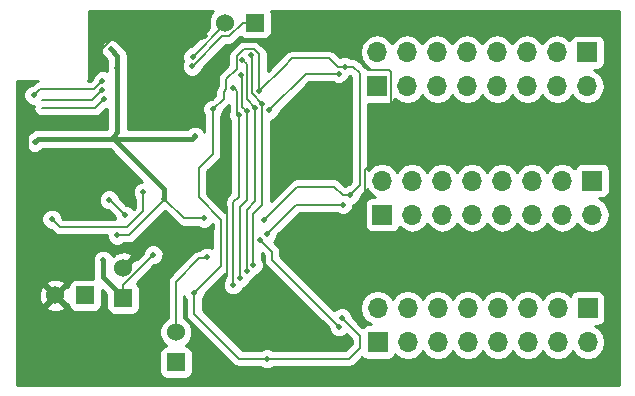
<source format=gbl>
G04 #@! TF.FileFunction,Copper,L2,Bot,Signal*
%FSLAX46Y46*%
G04 Gerber Fmt 4.6, Leading zero omitted, Abs format (unit mm)*
G04 Created by KiCad (PCBNEW 4.0.6) date 06/08/18 16:17:38*
%MOMM*%
%LPD*%
G01*
G04 APERTURE LIST*
%ADD10C,0.150000*%
%ADD11R,1.524000X1.524000*%
%ADD12C,1.524000*%
%ADD13R,1.700000X1.700000*%
%ADD14O,1.700000X1.700000*%
%ADD15C,0.508000*%
%ADD16C,0.152000*%
%ADD17C,0.457200*%
%ADD18C,0.254000*%
G04 APERTURE END LIST*
D10*
D11*
X280070000Y-155920000D03*
D12*
X280070000Y-153380000D03*
D13*
X315300000Y-140550000D03*
D14*
X312760000Y-140550000D03*
X310220000Y-140550000D03*
X307680000Y-140550000D03*
X305140000Y-140550000D03*
X302600000Y-140550000D03*
X300060000Y-140550000D03*
X297520000Y-140550000D03*
D13*
X297540000Y-143440000D03*
D14*
X300080000Y-143440000D03*
X302620000Y-143440000D03*
X305160000Y-143440000D03*
X307700000Y-143440000D03*
X310240000Y-143440000D03*
X312780000Y-143440000D03*
X315320000Y-143440000D03*
D13*
X297170000Y-154230000D03*
D14*
X299710000Y-154230000D03*
X302250000Y-154230000D03*
X304790000Y-154230000D03*
X307330000Y-154230000D03*
X309870000Y-154230000D03*
X312410000Y-154230000D03*
X314950000Y-154230000D03*
D13*
X314930000Y-151340000D03*
D14*
X312390000Y-151340000D03*
X309850000Y-151340000D03*
X307310000Y-151340000D03*
X304770000Y-151340000D03*
X302230000Y-151340000D03*
X299690000Y-151340000D03*
X297150000Y-151340000D03*
D13*
X314880000Y-129690000D03*
D14*
X312340000Y-129690000D03*
X309800000Y-129690000D03*
X307260000Y-129690000D03*
X304720000Y-129690000D03*
X302180000Y-129690000D03*
X299640000Y-129690000D03*
X297100000Y-129690000D03*
D11*
X275590000Y-150500000D03*
D12*
X275590000Y-147960000D03*
D11*
X286770000Y-127175000D03*
D12*
X284230000Y-127175000D03*
D11*
X272385000Y-150280000D03*
D12*
X269845000Y-150280000D03*
D13*
X297120000Y-132580000D03*
D14*
X299660000Y-132580000D03*
X302200000Y-132580000D03*
X304740000Y-132580000D03*
X307280000Y-132580000D03*
X309820000Y-132580000D03*
X312360000Y-132580000D03*
X314900000Y-132580000D03*
D15*
X281450000Y-130860000D03*
X281475000Y-130075000D03*
X296120000Y-130860000D03*
X295640000Y-152660000D03*
X294970000Y-143300000D03*
X294600000Y-154090000D03*
X284640000Y-152640000D03*
X283870000Y-149150000D03*
X284260000Y-137710000D03*
X283010000Y-140040000D03*
X272700000Y-142670000D03*
X269180000Y-135355000D03*
X273125000Y-140250000D03*
X279110000Y-128530000D03*
X282570000Y-128270000D03*
X273150000Y-130150000D03*
X276820000Y-128420000D03*
X294550000Y-132440000D03*
X275110000Y-145160000D03*
X279100000Y-142125000D03*
X268100000Y-137300000D03*
X281655000Y-136780000D03*
X275120000Y-130980000D03*
X274640000Y-137010000D03*
X274580000Y-129450000D03*
X282425000Y-143750000D03*
X294100000Y-152170000D03*
X287760000Y-155630000D03*
X287540000Y-143850000D03*
X294810000Y-141770000D03*
X281615000Y-150045000D03*
X283200000Y-134520000D03*
X294390000Y-130910000D03*
X287120000Y-132990000D03*
X278130000Y-146850000D03*
X274410000Y-142180000D03*
X275760000Y-143480000D03*
X273915000Y-147280000D03*
X274000000Y-133625000D03*
X273800000Y-132875000D03*
X277310000Y-141530000D03*
X269570000Y-143820000D03*
X268050000Y-133325000D03*
X273850000Y-132100000D03*
X286610000Y-147690000D03*
X286430000Y-129910000D03*
X287370000Y-134070000D03*
X286050000Y-148220000D03*
X286760000Y-134370000D03*
X285700000Y-130310000D03*
X285500000Y-148820000D03*
X286080000Y-134660000D03*
X285580000Y-131590000D03*
X284930000Y-149370000D03*
X285400000Y-134970000D03*
X284940000Y-132690000D03*
X293840000Y-131490000D03*
X287970000Y-134600000D03*
X282720000Y-147050000D03*
X293890000Y-152930000D03*
X287170000Y-145550000D03*
X294210000Y-142580000D03*
X287780000Y-145070000D03*
D16*
X286770000Y-127175000D02*
X285715000Y-127175000D01*
X281480000Y-130860000D02*
X281450000Y-130860000D01*
X284010000Y-128330000D02*
X281480000Y-130860000D01*
X284560000Y-128330000D02*
X284010000Y-128330000D01*
X285715000Y-127175000D02*
X284560000Y-128330000D01*
X284230000Y-127175000D02*
X284230000Y-127320000D01*
X284230000Y-127320000D02*
X281475000Y-130075000D01*
X296100000Y-142170000D02*
X294970000Y-143300000D01*
X296100000Y-139620000D02*
X296100000Y-142170000D01*
X298260000Y-137460000D02*
X296100000Y-139620000D01*
X298260000Y-131350000D02*
X298260000Y-136590000D01*
X298260000Y-136590000D02*
X298260000Y-137460000D01*
X298080000Y-131170000D02*
X298260000Y-131350000D01*
X296430000Y-131170000D02*
X298080000Y-131170000D01*
X296120000Y-130860000D02*
X296430000Y-131170000D01*
X294970000Y-151990000D02*
X294970000Y-143300000D01*
X295640000Y-152660000D02*
X294970000Y-151990000D01*
X294600000Y-154090000D02*
X286090000Y-154090000D01*
X286090000Y-154090000D02*
X284640000Y-152640000D01*
X283010000Y-140040000D02*
X283010000Y-141420000D01*
X283010000Y-141420000D02*
X284380000Y-142790000D01*
X284380000Y-142790000D02*
X284380000Y-148640000D01*
X284380000Y-148640000D02*
X283870000Y-149150000D01*
X284260000Y-137710000D02*
X284260000Y-138790000D01*
X284260000Y-138790000D02*
X283010000Y-140040000D01*
D17*
X283010000Y-140040000D02*
X283020000Y-140040000D01*
X268875000Y-140250000D02*
X273125000Y-140250000D01*
X267400000Y-138775000D02*
X268875000Y-140250000D01*
X267400000Y-136625000D02*
X267400000Y-138775000D01*
X268125000Y-135900000D02*
X267400000Y-136625000D01*
X268635000Y-135900000D02*
X268125000Y-135900000D01*
X269180000Y-135355000D02*
X268635000Y-135900000D01*
D16*
X279110000Y-128530000D02*
X282310000Y-128530000D01*
X282310000Y-128530000D02*
X282570000Y-128270000D01*
X273150000Y-130150000D02*
X273150000Y-130090000D01*
X274820000Y-128420000D02*
X276820000Y-128420000D01*
X273150000Y-130090000D02*
X274820000Y-128420000D01*
X276810000Y-128430000D02*
X276800000Y-128430000D01*
X276820000Y-128420000D02*
X276810000Y-128430000D01*
X279100000Y-142125000D02*
X279100000Y-142180000D01*
X276120000Y-145160000D02*
X275110000Y-145160000D01*
X279100000Y-142180000D02*
X276120000Y-145160000D01*
D17*
X274640000Y-137010000D02*
X274810000Y-137010000D01*
X279100000Y-141300000D02*
X279100000Y-142125000D01*
X274810000Y-137010000D02*
X279100000Y-141300000D01*
D16*
X279100000Y-142125000D02*
X280725000Y-143750000D01*
D17*
X274640000Y-137010000D02*
X268390000Y-137010000D01*
X268390000Y-137010000D02*
X268100000Y-137300000D01*
X281655000Y-136780000D02*
X281425000Y-137010000D01*
X281425000Y-137010000D02*
X274640000Y-137010000D01*
X275120000Y-130980000D02*
X275120000Y-136450000D01*
X275120000Y-136450000D02*
X274640000Y-137010000D01*
X275120000Y-129990000D02*
X275120000Y-130980000D01*
X274580000Y-129450000D02*
X275120000Y-129990000D01*
D16*
X280725000Y-143750000D02*
X282425000Y-143750000D01*
X294390000Y-130910000D02*
X295080000Y-130910000D01*
X295630000Y-140950000D02*
X294810000Y-141770000D01*
X295630000Y-131460000D02*
X295630000Y-140950000D01*
X295080000Y-130910000D02*
X295630000Y-131460000D01*
X283200000Y-134520000D02*
X283200000Y-138300000D01*
X283890000Y-144740000D02*
X283870000Y-144740000D01*
X283890000Y-143850000D02*
X283890000Y-144740000D01*
X282020000Y-141980000D02*
X283890000Y-143850000D01*
X282020000Y-139480000D02*
X282020000Y-141980000D01*
X283200000Y-138300000D02*
X282020000Y-139480000D01*
X287760000Y-155630000D02*
X285424000Y-155630000D01*
X281615000Y-151821000D02*
X281615000Y-150045000D01*
X285424000Y-155630000D02*
X281615000Y-151821000D01*
X287120000Y-132990000D02*
X287120000Y-129870000D01*
X284100000Y-133620000D02*
X283200000Y-134520000D01*
X284100000Y-133010000D02*
X284100000Y-133620000D01*
X284320000Y-132790000D02*
X284100000Y-133010000D01*
X284320000Y-131980000D02*
X284320000Y-132790000D01*
X285200000Y-131100000D02*
X284320000Y-131980000D01*
X285200000Y-130020000D02*
X285200000Y-131100000D01*
X285800000Y-129420000D02*
X285200000Y-130020000D01*
X286640000Y-129420000D02*
X285800000Y-129420000D01*
X286820000Y-129600000D02*
X286640000Y-129420000D01*
X286850000Y-129600000D02*
X286820000Y-129600000D01*
X287120000Y-129870000D02*
X286850000Y-129600000D01*
X294100000Y-152170000D02*
X295660000Y-153730000D01*
X295660000Y-153730000D02*
X295660000Y-154690000D01*
X295660000Y-154690000D02*
X294720000Y-155630000D01*
X294720000Y-155630000D02*
X287760000Y-155630000D01*
X294810000Y-141770000D02*
X294190000Y-141770000D01*
X294190000Y-141770000D02*
X293480000Y-141060000D01*
X293480000Y-141060000D02*
X290330000Y-141060000D01*
X290330000Y-141060000D02*
X287540000Y-143850000D01*
X283870000Y-147790000D02*
X281615000Y-150045000D01*
X283870000Y-147790000D02*
X283870000Y-144740000D01*
X294390000Y-130910000D02*
X293770000Y-130910000D01*
X289910000Y-130200000D02*
X289210000Y-130900000D01*
X293060000Y-130200000D02*
X289910000Y-130200000D01*
X293770000Y-130910000D02*
X293060000Y-130200000D01*
X289210000Y-130900000D02*
X287120000Y-132990000D01*
X275590000Y-150500000D02*
X275590000Y-149390000D01*
X275590000Y-149390000D02*
X278130000Y-146850000D01*
X274460000Y-142180000D02*
X274410000Y-142180000D01*
X275760000Y-143480000D02*
X274460000Y-142180000D01*
D17*
X275590000Y-150500000D02*
X275590000Y-150380000D01*
X275590000Y-150380000D02*
X273915000Y-148705000D01*
X273915000Y-148705000D02*
X273915000Y-147280000D01*
D16*
X273225000Y-134400000D02*
X268700000Y-134400000D01*
X274000000Y-133625000D02*
X273225000Y-134400000D01*
X272950000Y-133725000D02*
X268700000Y-133725000D01*
X273800000Y-132875000D02*
X272950000Y-133725000D01*
X277310000Y-143140000D02*
X277310000Y-141530000D01*
X275960000Y-144490000D02*
X277310000Y-143140000D01*
X270240000Y-144490000D02*
X275960000Y-144490000D01*
X269570000Y-143820000D02*
X270240000Y-144490000D01*
X268575000Y-132800000D02*
X268050000Y-133325000D01*
X273150000Y-132800000D02*
X268575000Y-132800000D01*
X273850000Y-132100000D02*
X273150000Y-132800000D01*
X287370000Y-134070000D02*
X287370000Y-142590000D01*
X286610000Y-143350000D02*
X286610000Y-147690000D01*
X286610000Y-147690000D02*
X286610000Y-147720000D01*
X287370000Y-142590000D02*
X286610000Y-143350000D01*
X286470000Y-129950000D02*
X286430000Y-129910000D01*
X286470000Y-129950000D02*
X286470000Y-133170000D01*
X286470000Y-133170000D02*
X287370000Y-134070000D01*
X286760000Y-134370000D02*
X286760000Y-142310000D01*
X286050000Y-143020000D02*
X286050000Y-148220000D01*
X286760000Y-142310000D02*
X286050000Y-143020000D01*
X286070000Y-133680000D02*
X286760000Y-134370000D01*
X286070000Y-130680000D02*
X286070000Y-133680000D01*
X285700000Y-130310000D02*
X286070000Y-130680000D01*
X286080000Y-134660000D02*
X286080000Y-142210000D01*
X285500000Y-142790000D02*
X285500000Y-148820000D01*
X286080000Y-142210000D02*
X285500000Y-142790000D01*
X285700000Y-134280000D02*
X286080000Y-134660000D01*
X285700000Y-131710000D02*
X285700000Y-134280000D01*
X285580000Y-131590000D02*
X285700000Y-131710000D01*
X285400000Y-134970000D02*
X285400000Y-141910000D01*
X284930000Y-142380000D02*
X284930000Y-149370000D01*
X285400000Y-141910000D02*
X284930000Y-142380000D01*
X285250000Y-134820000D02*
X285400000Y-134970000D01*
X285250000Y-133000000D02*
X285250000Y-134820000D01*
X284940000Y-132690000D02*
X285250000Y-133000000D01*
X291080000Y-131490000D02*
X293840000Y-131490000D01*
X287970000Y-134600000D02*
X291080000Y-131490000D01*
X280070000Y-149120000D02*
X280070000Y-153380000D01*
X282060000Y-147130000D02*
X280070000Y-149120000D01*
X282640000Y-147130000D02*
X282060000Y-147130000D01*
X282720000Y-147050000D02*
X282640000Y-147130000D01*
X288200000Y-147240000D02*
X293890000Y-152930000D01*
X288200000Y-146580000D02*
X288200000Y-147240000D01*
X287170000Y-145550000D02*
X288200000Y-146580000D01*
X294210000Y-142580000D02*
X290270000Y-142580000D01*
X290270000Y-142580000D02*
X287780000Y-145070000D01*
D18*
G36*
X283046371Y-126382630D02*
X282833243Y-126895900D01*
X282832758Y-127451661D01*
X282908799Y-127635695D01*
X281358596Y-129185898D01*
X281298943Y-129185846D01*
X280972080Y-129320903D01*
X280721782Y-129570764D01*
X280586154Y-129897391D01*
X280585846Y-130251057D01*
X280662862Y-130437451D01*
X280561154Y-130682391D01*
X280560846Y-131036057D01*
X280695903Y-131362920D01*
X280945764Y-131613218D01*
X281272391Y-131748846D01*
X281626057Y-131749154D01*
X281952920Y-131614097D01*
X282203218Y-131364236D01*
X282338846Y-131037609D01*
X282338873Y-131006633D01*
X284304506Y-129041000D01*
X284560000Y-129041000D01*
X284832088Y-128986878D01*
X285062753Y-128832753D01*
X285529484Y-128366022D01*
X285543910Y-128388441D01*
X285756110Y-128533431D01*
X286008000Y-128584440D01*
X287532000Y-128584440D01*
X287767317Y-128540162D01*
X287983441Y-128401090D01*
X288128431Y-128188890D01*
X288179440Y-127937000D01*
X288179440Y-126413000D01*
X288136539Y-126185000D01*
X317585000Y-126185000D01*
X317585000Y-157865000D01*
X266585000Y-157865000D01*
X266585000Y-151260213D01*
X269044392Y-151260213D01*
X269113857Y-151502397D01*
X269637302Y-151689144D01*
X270192368Y-151661362D01*
X270576143Y-151502397D01*
X270645608Y-151260213D01*
X269845000Y-150459605D01*
X269044392Y-151260213D01*
X266585000Y-151260213D01*
X266585000Y-150072302D01*
X268435856Y-150072302D01*
X268463638Y-150627368D01*
X268622603Y-151011143D01*
X268864787Y-151080608D01*
X269665395Y-150280000D01*
X270024605Y-150280000D01*
X270825213Y-151080608D01*
X270975560Y-151037484D01*
X270975560Y-151042000D01*
X271019838Y-151277317D01*
X271158910Y-151493441D01*
X271371110Y-151638431D01*
X271623000Y-151689440D01*
X273147000Y-151689440D01*
X273382317Y-151645162D01*
X273598441Y-151506090D01*
X273743431Y-151293890D01*
X273794440Y-151042000D01*
X273794440Y-149805754D01*
X274180560Y-150191875D01*
X274180560Y-151262000D01*
X274224838Y-151497317D01*
X274363910Y-151713441D01*
X274576110Y-151858431D01*
X274828000Y-151909440D01*
X276352000Y-151909440D01*
X276587317Y-151865162D01*
X276803441Y-151726090D01*
X276948431Y-151513890D01*
X276999440Y-151262000D01*
X276999440Y-149738000D01*
X276955162Y-149502683D01*
X276816090Y-149286559D01*
X276746498Y-149239008D01*
X278246404Y-147739102D01*
X278306057Y-147739154D01*
X278632920Y-147604097D01*
X278883218Y-147354236D01*
X279018846Y-147027609D01*
X279019154Y-146673943D01*
X278884097Y-146347080D01*
X278634236Y-146096782D01*
X278307609Y-145961154D01*
X277953943Y-145960846D01*
X277627080Y-146095903D01*
X277376782Y-146345764D01*
X277241154Y-146672391D01*
X277241101Y-146733393D01*
X276760517Y-147213977D01*
X276570213Y-147159392D01*
X275769605Y-147960000D01*
X275783748Y-147974143D01*
X275604143Y-148153748D01*
X275590000Y-148139605D01*
X275575858Y-148153748D01*
X275396253Y-147974143D01*
X275410395Y-147960000D01*
X275396253Y-147945858D01*
X275575858Y-147766253D01*
X275590000Y-147780395D01*
X276390608Y-146979787D01*
X276321143Y-146737603D01*
X275797698Y-146550856D01*
X275242632Y-146578638D01*
X274858857Y-146737603D01*
X274789393Y-146979785D01*
X274727124Y-146917516D01*
X274669097Y-146777080D01*
X274419236Y-146526782D01*
X274092609Y-146391154D01*
X273738943Y-146390846D01*
X273412080Y-146525903D01*
X273161782Y-146775764D01*
X273026154Y-147102391D01*
X273025846Y-147456057D01*
X273051400Y-147517902D01*
X273051400Y-148705000D01*
X273084332Y-148870560D01*
X271623000Y-148870560D01*
X271387683Y-148914838D01*
X271171559Y-149053910D01*
X271026569Y-149266110D01*
X270975560Y-149518000D01*
X270975560Y-149522516D01*
X270825213Y-149479392D01*
X270024605Y-150280000D01*
X269665395Y-150280000D01*
X268864787Y-149479392D01*
X268622603Y-149548857D01*
X268435856Y-150072302D01*
X266585000Y-150072302D01*
X266585000Y-149299787D01*
X269044392Y-149299787D01*
X269845000Y-150100395D01*
X270645608Y-149299787D01*
X270576143Y-149057603D01*
X270052698Y-148870856D01*
X269497632Y-148898638D01*
X269113857Y-149057603D01*
X269044392Y-149299787D01*
X266585000Y-149299787D01*
X266585000Y-132127000D01*
X268383962Y-132127000D01*
X268302912Y-132143122D01*
X268072247Y-132297247D01*
X267933596Y-132435898D01*
X267873943Y-132435846D01*
X267547080Y-132570903D01*
X267296782Y-132820764D01*
X267161154Y-133147391D01*
X267160846Y-133501057D01*
X267295903Y-133827920D01*
X267545764Y-134078218D01*
X267872391Y-134213846D01*
X268026002Y-134213980D01*
X267989000Y-134400000D01*
X268043122Y-134672088D01*
X268197247Y-134902753D01*
X268427912Y-135056878D01*
X268700000Y-135111000D01*
X273225000Y-135111000D01*
X273497088Y-135056878D01*
X273727753Y-134902753D01*
X274116404Y-134514102D01*
X274176057Y-134514154D01*
X274256400Y-134480957D01*
X274256400Y-136130533D01*
X274242800Y-136146400D01*
X268390000Y-136146400D01*
X268059515Y-136212138D01*
X267779343Y-136399343D01*
X267657923Y-136520763D01*
X267597080Y-136545903D01*
X267346782Y-136795764D01*
X267211154Y-137122391D01*
X267210846Y-137476057D01*
X267345903Y-137802920D01*
X267595764Y-138053218D01*
X267922391Y-138188846D01*
X268276057Y-138189154D01*
X268602920Y-138054097D01*
X268783733Y-137873600D01*
X274401592Y-137873600D01*
X274462391Y-137898846D01*
X274477545Y-137898859D01*
X277219606Y-140640921D01*
X277133943Y-140640846D01*
X276807080Y-140775903D01*
X276556782Y-141025764D01*
X276421154Y-141352391D01*
X276420846Y-141706057D01*
X276555903Y-142032920D01*
X276599000Y-142076092D01*
X276599000Y-142845494D01*
X276490776Y-142953718D01*
X276264236Y-142726782D01*
X275937609Y-142591154D01*
X275876607Y-142591101D01*
X275299146Y-142013640D01*
X275299154Y-142003943D01*
X275164097Y-141677080D01*
X274914236Y-141426782D01*
X274587609Y-141291154D01*
X274233943Y-141290846D01*
X273907080Y-141425903D01*
X273656782Y-141675764D01*
X273521154Y-142002391D01*
X273520846Y-142356057D01*
X273655903Y-142682920D01*
X273905764Y-142933218D01*
X274232391Y-143068846D01*
X274343437Y-143068943D01*
X274870898Y-143596404D01*
X274870846Y-143656057D01*
X274921645Y-143779000D01*
X270534506Y-143779000D01*
X270459102Y-143703596D01*
X270459154Y-143643943D01*
X270324097Y-143317080D01*
X270074236Y-143066782D01*
X269747609Y-142931154D01*
X269393943Y-142930846D01*
X269067080Y-143065903D01*
X268816782Y-143315764D01*
X268681154Y-143642391D01*
X268680846Y-143996057D01*
X268815903Y-144322920D01*
X269065764Y-144573218D01*
X269392391Y-144708846D01*
X269453393Y-144708899D01*
X269737247Y-144992753D01*
X269967912Y-145146878D01*
X270240000Y-145201000D01*
X274220964Y-145201000D01*
X274220846Y-145336057D01*
X274355903Y-145662920D01*
X274605764Y-145913218D01*
X274932391Y-146048846D01*
X275286057Y-146049154D01*
X275612920Y-145914097D01*
X275656092Y-145871000D01*
X276120000Y-145871000D01*
X276392088Y-145816878D01*
X276622753Y-145662753D01*
X279127500Y-143158006D01*
X280222247Y-144252753D01*
X280452912Y-144406878D01*
X280725000Y-144461000D01*
X281878620Y-144461000D01*
X281920764Y-144503218D01*
X282247391Y-144638846D01*
X282601057Y-144639154D01*
X282927920Y-144504097D01*
X283178218Y-144254236D01*
X283179000Y-144252353D01*
X283179000Y-144639454D01*
X283159000Y-144740000D01*
X283159000Y-146269694D01*
X282897609Y-146161154D01*
X282543943Y-146160846D01*
X282217080Y-146295903D01*
X282093768Y-146419000D01*
X282060000Y-146419000D01*
X281787912Y-146473122D01*
X281557247Y-146627247D01*
X279567247Y-148617247D01*
X279413122Y-148847912D01*
X279359000Y-149120000D01*
X279359000Y-152162223D01*
X279279697Y-152194990D01*
X278886371Y-152587630D01*
X278673243Y-153100900D01*
X278672758Y-153656661D01*
X278884990Y-154170303D01*
X279237833Y-154523763D01*
X279072683Y-154554838D01*
X278856559Y-154693910D01*
X278711569Y-154906110D01*
X278660560Y-155158000D01*
X278660560Y-156682000D01*
X278704838Y-156917317D01*
X278843910Y-157133441D01*
X279056110Y-157278431D01*
X279308000Y-157329440D01*
X280832000Y-157329440D01*
X281067317Y-157285162D01*
X281283441Y-157146090D01*
X281428431Y-156933890D01*
X281479440Y-156682000D01*
X281479440Y-155158000D01*
X281435162Y-154922683D01*
X281296090Y-154706559D01*
X281083890Y-154561569D01*
X280900876Y-154524508D01*
X281253629Y-154172370D01*
X281466757Y-153659100D01*
X281467242Y-153103339D01*
X281255010Y-152589697D01*
X280862370Y-152196371D01*
X280781000Y-152162583D01*
X280781000Y-150354540D01*
X280860903Y-150547920D01*
X280904000Y-150591092D01*
X280904000Y-151821000D01*
X280958122Y-152093088D01*
X281112247Y-152323753D01*
X284921247Y-156132753D01*
X285151912Y-156286878D01*
X285424000Y-156341000D01*
X287213620Y-156341000D01*
X287255764Y-156383218D01*
X287582391Y-156518846D01*
X287936057Y-156519154D01*
X288262920Y-156384097D01*
X288306092Y-156341000D01*
X294720000Y-156341000D01*
X294992088Y-156286878D01*
X295222753Y-156132753D01*
X295843442Y-155512064D01*
X295855910Y-155531441D01*
X296068110Y-155676431D01*
X296320000Y-155727440D01*
X298020000Y-155727440D01*
X298255317Y-155683162D01*
X298471441Y-155544090D01*
X298616431Y-155331890D01*
X298630086Y-155264459D01*
X298659946Y-155309147D01*
X299141715Y-155631054D01*
X299710000Y-155744093D01*
X300278285Y-155631054D01*
X300760054Y-155309147D01*
X300980000Y-154979974D01*
X301199946Y-155309147D01*
X301681715Y-155631054D01*
X302250000Y-155744093D01*
X302818285Y-155631054D01*
X303300054Y-155309147D01*
X303520000Y-154979974D01*
X303739946Y-155309147D01*
X304221715Y-155631054D01*
X304790000Y-155744093D01*
X305358285Y-155631054D01*
X305840054Y-155309147D01*
X306060000Y-154979974D01*
X306279946Y-155309147D01*
X306761715Y-155631054D01*
X307330000Y-155744093D01*
X307898285Y-155631054D01*
X308380054Y-155309147D01*
X308600000Y-154979974D01*
X308819946Y-155309147D01*
X309301715Y-155631054D01*
X309870000Y-155744093D01*
X310438285Y-155631054D01*
X310920054Y-155309147D01*
X311140000Y-154979974D01*
X311359946Y-155309147D01*
X311841715Y-155631054D01*
X312410000Y-155744093D01*
X312978285Y-155631054D01*
X313460054Y-155309147D01*
X313680000Y-154979974D01*
X313899946Y-155309147D01*
X314381715Y-155631054D01*
X314950000Y-155744093D01*
X315518285Y-155631054D01*
X316000054Y-155309147D01*
X316321961Y-154827378D01*
X316435000Y-154259093D01*
X316435000Y-154200907D01*
X316321961Y-153632622D01*
X316000054Y-153150853D01*
X315530997Y-152837440D01*
X315780000Y-152837440D01*
X316015317Y-152793162D01*
X316231441Y-152654090D01*
X316376431Y-152441890D01*
X316427440Y-152190000D01*
X316427440Y-150490000D01*
X316383162Y-150254683D01*
X316244090Y-150038559D01*
X316031890Y-149893569D01*
X315780000Y-149842560D01*
X314080000Y-149842560D01*
X313844683Y-149886838D01*
X313628559Y-150025910D01*
X313483569Y-150238110D01*
X313469914Y-150305541D01*
X313440054Y-150260853D01*
X312958285Y-149938946D01*
X312390000Y-149825907D01*
X311821715Y-149938946D01*
X311339946Y-150260853D01*
X311120000Y-150590026D01*
X310900054Y-150260853D01*
X310418285Y-149938946D01*
X309850000Y-149825907D01*
X309281715Y-149938946D01*
X308799946Y-150260853D01*
X308580000Y-150590026D01*
X308360054Y-150260853D01*
X307878285Y-149938946D01*
X307310000Y-149825907D01*
X306741715Y-149938946D01*
X306259946Y-150260853D01*
X306040000Y-150590026D01*
X305820054Y-150260853D01*
X305338285Y-149938946D01*
X304770000Y-149825907D01*
X304201715Y-149938946D01*
X303719946Y-150260853D01*
X303500000Y-150590026D01*
X303280054Y-150260853D01*
X302798285Y-149938946D01*
X302230000Y-149825907D01*
X301661715Y-149938946D01*
X301179946Y-150260853D01*
X300960000Y-150590026D01*
X300740054Y-150260853D01*
X300258285Y-149938946D01*
X299690000Y-149825907D01*
X299121715Y-149938946D01*
X298639946Y-150260853D01*
X298420000Y-150590026D01*
X298200054Y-150260853D01*
X297718285Y-149938946D01*
X297150000Y-149825907D01*
X296581715Y-149938946D01*
X296099946Y-150260853D01*
X295778039Y-150742622D01*
X295665000Y-151310907D01*
X295665000Y-151369093D01*
X295778039Y-151937378D01*
X296099946Y-152419147D01*
X296569003Y-152732560D01*
X296320000Y-152732560D01*
X296084683Y-152776838D01*
X295868559Y-152915910D01*
X295861600Y-152926094D01*
X294989102Y-152053596D01*
X294989154Y-151993943D01*
X294854097Y-151667080D01*
X294604236Y-151416782D01*
X294277609Y-151281154D01*
X293923943Y-151280846D01*
X293597080Y-151415903D01*
X293489150Y-151523644D01*
X288911000Y-146945494D01*
X288911000Y-146580000D01*
X288856878Y-146307912D01*
X288702753Y-146077247D01*
X288366334Y-145740828D01*
X288533218Y-145574236D01*
X288668846Y-145247609D01*
X288668899Y-145186607D01*
X290564506Y-143291000D01*
X293663620Y-143291000D01*
X293705764Y-143333218D01*
X294032391Y-143468846D01*
X294386057Y-143469154D01*
X294712920Y-143334097D01*
X294963218Y-143084236D01*
X295098846Y-142757609D01*
X295098972Y-142612498D01*
X295312920Y-142524097D01*
X295563218Y-142274236D01*
X295698846Y-141947609D01*
X295698899Y-141886607D01*
X296132753Y-141452753D01*
X296242418Y-141288627D01*
X296469946Y-141629147D01*
X296939003Y-141942560D01*
X296690000Y-141942560D01*
X296454683Y-141986838D01*
X296238559Y-142125910D01*
X296093569Y-142338110D01*
X296042560Y-142590000D01*
X296042560Y-144290000D01*
X296086838Y-144525317D01*
X296225910Y-144741441D01*
X296438110Y-144886431D01*
X296690000Y-144937440D01*
X298390000Y-144937440D01*
X298625317Y-144893162D01*
X298841441Y-144754090D01*
X298986431Y-144541890D01*
X299000086Y-144474459D01*
X299029946Y-144519147D01*
X299511715Y-144841054D01*
X300080000Y-144954093D01*
X300648285Y-144841054D01*
X301130054Y-144519147D01*
X301350000Y-144189974D01*
X301569946Y-144519147D01*
X302051715Y-144841054D01*
X302620000Y-144954093D01*
X303188285Y-144841054D01*
X303670054Y-144519147D01*
X303890000Y-144189974D01*
X304109946Y-144519147D01*
X304591715Y-144841054D01*
X305160000Y-144954093D01*
X305728285Y-144841054D01*
X306210054Y-144519147D01*
X306430000Y-144189974D01*
X306649946Y-144519147D01*
X307131715Y-144841054D01*
X307700000Y-144954093D01*
X308268285Y-144841054D01*
X308750054Y-144519147D01*
X308970000Y-144189974D01*
X309189946Y-144519147D01*
X309671715Y-144841054D01*
X310240000Y-144954093D01*
X310808285Y-144841054D01*
X311290054Y-144519147D01*
X311510000Y-144189974D01*
X311729946Y-144519147D01*
X312211715Y-144841054D01*
X312780000Y-144954093D01*
X313348285Y-144841054D01*
X313830054Y-144519147D01*
X314050000Y-144189974D01*
X314269946Y-144519147D01*
X314751715Y-144841054D01*
X315320000Y-144954093D01*
X315888285Y-144841054D01*
X316370054Y-144519147D01*
X316691961Y-144037378D01*
X316805000Y-143469093D01*
X316805000Y-143410907D01*
X316691961Y-142842622D01*
X316370054Y-142360853D01*
X315900997Y-142047440D01*
X316150000Y-142047440D01*
X316385317Y-142003162D01*
X316601441Y-141864090D01*
X316746431Y-141651890D01*
X316797440Y-141400000D01*
X316797440Y-139700000D01*
X316753162Y-139464683D01*
X316614090Y-139248559D01*
X316401890Y-139103569D01*
X316150000Y-139052560D01*
X314450000Y-139052560D01*
X314214683Y-139096838D01*
X313998559Y-139235910D01*
X313853569Y-139448110D01*
X313839914Y-139515541D01*
X313810054Y-139470853D01*
X313328285Y-139148946D01*
X312760000Y-139035907D01*
X312191715Y-139148946D01*
X311709946Y-139470853D01*
X311490000Y-139800026D01*
X311270054Y-139470853D01*
X310788285Y-139148946D01*
X310220000Y-139035907D01*
X309651715Y-139148946D01*
X309169946Y-139470853D01*
X308950000Y-139800026D01*
X308730054Y-139470853D01*
X308248285Y-139148946D01*
X307680000Y-139035907D01*
X307111715Y-139148946D01*
X306629946Y-139470853D01*
X306410000Y-139800026D01*
X306190054Y-139470853D01*
X305708285Y-139148946D01*
X305140000Y-139035907D01*
X304571715Y-139148946D01*
X304089946Y-139470853D01*
X303870000Y-139800026D01*
X303650054Y-139470853D01*
X303168285Y-139148946D01*
X302600000Y-139035907D01*
X302031715Y-139148946D01*
X301549946Y-139470853D01*
X301330000Y-139800026D01*
X301110054Y-139470853D01*
X300628285Y-139148946D01*
X300060000Y-139035907D01*
X299491715Y-139148946D01*
X299009946Y-139470853D01*
X298790000Y-139800026D01*
X298570054Y-139470853D01*
X298088285Y-139148946D01*
X297520000Y-139035907D01*
X296951715Y-139148946D01*
X296469946Y-139470853D01*
X296341000Y-139663835D01*
X296341000Y-134077440D01*
X297970000Y-134077440D01*
X298205317Y-134033162D01*
X298421441Y-133894090D01*
X298566431Y-133681890D01*
X298580086Y-133614459D01*
X298609946Y-133659147D01*
X299091715Y-133981054D01*
X299660000Y-134094093D01*
X300228285Y-133981054D01*
X300710054Y-133659147D01*
X300930000Y-133329974D01*
X301149946Y-133659147D01*
X301631715Y-133981054D01*
X302200000Y-134094093D01*
X302768285Y-133981054D01*
X303250054Y-133659147D01*
X303470000Y-133329974D01*
X303689946Y-133659147D01*
X304171715Y-133981054D01*
X304740000Y-134094093D01*
X305308285Y-133981054D01*
X305790054Y-133659147D01*
X306010000Y-133329974D01*
X306229946Y-133659147D01*
X306711715Y-133981054D01*
X307280000Y-134094093D01*
X307848285Y-133981054D01*
X308330054Y-133659147D01*
X308550000Y-133329974D01*
X308769946Y-133659147D01*
X309251715Y-133981054D01*
X309820000Y-134094093D01*
X310388285Y-133981054D01*
X310870054Y-133659147D01*
X311090000Y-133329974D01*
X311309946Y-133659147D01*
X311791715Y-133981054D01*
X312360000Y-134094093D01*
X312928285Y-133981054D01*
X313410054Y-133659147D01*
X313630000Y-133329974D01*
X313849946Y-133659147D01*
X314331715Y-133981054D01*
X314900000Y-134094093D01*
X315468285Y-133981054D01*
X315950054Y-133659147D01*
X316271961Y-133177378D01*
X316385000Y-132609093D01*
X316385000Y-132550907D01*
X316271961Y-131982622D01*
X315950054Y-131500853D01*
X315480997Y-131187440D01*
X315730000Y-131187440D01*
X315965317Y-131143162D01*
X316181441Y-131004090D01*
X316326431Y-130791890D01*
X316377440Y-130540000D01*
X316377440Y-128840000D01*
X316333162Y-128604683D01*
X316194090Y-128388559D01*
X315981890Y-128243569D01*
X315730000Y-128192560D01*
X314030000Y-128192560D01*
X313794683Y-128236838D01*
X313578559Y-128375910D01*
X313433569Y-128588110D01*
X313419914Y-128655541D01*
X313390054Y-128610853D01*
X312908285Y-128288946D01*
X312340000Y-128175907D01*
X311771715Y-128288946D01*
X311289946Y-128610853D01*
X311070000Y-128940026D01*
X310850054Y-128610853D01*
X310368285Y-128288946D01*
X309800000Y-128175907D01*
X309231715Y-128288946D01*
X308749946Y-128610853D01*
X308530000Y-128940026D01*
X308310054Y-128610853D01*
X307828285Y-128288946D01*
X307260000Y-128175907D01*
X306691715Y-128288946D01*
X306209946Y-128610853D01*
X305990000Y-128940026D01*
X305770054Y-128610853D01*
X305288285Y-128288946D01*
X304720000Y-128175907D01*
X304151715Y-128288946D01*
X303669946Y-128610853D01*
X303450000Y-128940026D01*
X303230054Y-128610853D01*
X302748285Y-128288946D01*
X302180000Y-128175907D01*
X301611715Y-128288946D01*
X301129946Y-128610853D01*
X300910000Y-128940026D01*
X300690054Y-128610853D01*
X300208285Y-128288946D01*
X299640000Y-128175907D01*
X299071715Y-128288946D01*
X298589946Y-128610853D01*
X298370000Y-128940026D01*
X298150054Y-128610853D01*
X297668285Y-128288946D01*
X297100000Y-128175907D01*
X296531715Y-128288946D01*
X296049946Y-128610853D01*
X295728039Y-129092622D01*
X295615000Y-129660907D01*
X295615000Y-129719093D01*
X295728039Y-130287378D01*
X296049946Y-130769147D01*
X296519003Y-131082560D01*
X296270000Y-131082560D01*
X296222461Y-131091505D01*
X296132753Y-130957247D01*
X295582753Y-130407247D01*
X295352088Y-130253122D01*
X295080000Y-130199000D01*
X294936380Y-130199000D01*
X294894236Y-130156782D01*
X294567609Y-130021154D01*
X294213943Y-130020846D01*
X293982134Y-130116628D01*
X293562753Y-129697247D01*
X293332088Y-129543122D01*
X293060000Y-129489000D01*
X289910000Y-129489000D01*
X289637912Y-129543122D01*
X289407247Y-129697247D01*
X287831000Y-131273494D01*
X287831000Y-129870000D01*
X287776878Y-129597912D01*
X287622753Y-129367247D01*
X287352753Y-129097247D01*
X287262343Y-129036837D01*
X287142753Y-128917247D01*
X286912088Y-128763122D01*
X286640000Y-128709000D01*
X285800000Y-128709000D01*
X285527912Y-128763122D01*
X285297247Y-128917247D01*
X284697247Y-129517247D01*
X284543122Y-129747912D01*
X284489000Y-130020000D01*
X284489000Y-130805494D01*
X283817247Y-131477247D01*
X283663122Y-131707912D01*
X283609000Y-131980000D01*
X283609000Y-132495494D01*
X283597247Y-132507247D01*
X283443122Y-132737912D01*
X283389000Y-133010000D01*
X283389000Y-133325494D01*
X283083596Y-133630898D01*
X283023943Y-133630846D01*
X282697080Y-133765903D01*
X282446782Y-134015764D01*
X282311154Y-134342391D01*
X282310846Y-134696057D01*
X282445903Y-135022920D01*
X282489000Y-135066092D01*
X282489000Y-136470460D01*
X282409097Y-136277080D01*
X282159236Y-136026782D01*
X281832609Y-135891154D01*
X281478943Y-135890846D01*
X281152080Y-136025903D01*
X281031372Y-136146400D01*
X275983600Y-136146400D01*
X275983600Y-131218408D01*
X276008846Y-131157609D01*
X276009154Y-130803943D01*
X275983600Y-130742098D01*
X275983600Y-129990000D01*
X275921522Y-129677913D01*
X275917862Y-129659514D01*
X275730657Y-129379342D01*
X275359236Y-129007922D01*
X275334097Y-128947080D01*
X275084236Y-128696782D01*
X274757609Y-128561154D01*
X274403943Y-128560846D01*
X274077080Y-128695903D01*
X273826782Y-128945764D01*
X273691154Y-129272391D01*
X273690846Y-129626057D01*
X273825903Y-129952920D01*
X274075764Y-130203218D01*
X274137566Y-130228881D01*
X274256400Y-130347715D01*
X274256400Y-130741592D01*
X274231154Y-130802391D01*
X274230846Y-131156057D01*
X274256400Y-131217902D01*
X274256400Y-131306157D01*
X274027609Y-131211154D01*
X273673943Y-131210846D01*
X273347080Y-131345903D01*
X273096782Y-131595764D01*
X272961154Y-131922391D01*
X272961101Y-131983393D01*
X272855494Y-132089000D01*
X272640381Y-132089000D01*
X272641035Y-132088553D01*
X272668315Y-132046159D01*
X272677000Y-132000000D01*
X272677000Y-126185000D01*
X283244346Y-126185000D01*
X283046371Y-126382630D01*
X283046371Y-126382630D01*
G37*
X283046371Y-126382630D02*
X282833243Y-126895900D01*
X282832758Y-127451661D01*
X282908799Y-127635695D01*
X281358596Y-129185898D01*
X281298943Y-129185846D01*
X280972080Y-129320903D01*
X280721782Y-129570764D01*
X280586154Y-129897391D01*
X280585846Y-130251057D01*
X280662862Y-130437451D01*
X280561154Y-130682391D01*
X280560846Y-131036057D01*
X280695903Y-131362920D01*
X280945764Y-131613218D01*
X281272391Y-131748846D01*
X281626057Y-131749154D01*
X281952920Y-131614097D01*
X282203218Y-131364236D01*
X282338846Y-131037609D01*
X282338873Y-131006633D01*
X284304506Y-129041000D01*
X284560000Y-129041000D01*
X284832088Y-128986878D01*
X285062753Y-128832753D01*
X285529484Y-128366022D01*
X285543910Y-128388441D01*
X285756110Y-128533431D01*
X286008000Y-128584440D01*
X287532000Y-128584440D01*
X287767317Y-128540162D01*
X287983441Y-128401090D01*
X288128431Y-128188890D01*
X288179440Y-127937000D01*
X288179440Y-126413000D01*
X288136539Y-126185000D01*
X317585000Y-126185000D01*
X317585000Y-157865000D01*
X266585000Y-157865000D01*
X266585000Y-151260213D01*
X269044392Y-151260213D01*
X269113857Y-151502397D01*
X269637302Y-151689144D01*
X270192368Y-151661362D01*
X270576143Y-151502397D01*
X270645608Y-151260213D01*
X269845000Y-150459605D01*
X269044392Y-151260213D01*
X266585000Y-151260213D01*
X266585000Y-150072302D01*
X268435856Y-150072302D01*
X268463638Y-150627368D01*
X268622603Y-151011143D01*
X268864787Y-151080608D01*
X269665395Y-150280000D01*
X270024605Y-150280000D01*
X270825213Y-151080608D01*
X270975560Y-151037484D01*
X270975560Y-151042000D01*
X271019838Y-151277317D01*
X271158910Y-151493441D01*
X271371110Y-151638431D01*
X271623000Y-151689440D01*
X273147000Y-151689440D01*
X273382317Y-151645162D01*
X273598441Y-151506090D01*
X273743431Y-151293890D01*
X273794440Y-151042000D01*
X273794440Y-149805754D01*
X274180560Y-150191875D01*
X274180560Y-151262000D01*
X274224838Y-151497317D01*
X274363910Y-151713441D01*
X274576110Y-151858431D01*
X274828000Y-151909440D01*
X276352000Y-151909440D01*
X276587317Y-151865162D01*
X276803441Y-151726090D01*
X276948431Y-151513890D01*
X276999440Y-151262000D01*
X276999440Y-149738000D01*
X276955162Y-149502683D01*
X276816090Y-149286559D01*
X276746498Y-149239008D01*
X278246404Y-147739102D01*
X278306057Y-147739154D01*
X278632920Y-147604097D01*
X278883218Y-147354236D01*
X279018846Y-147027609D01*
X279019154Y-146673943D01*
X278884097Y-146347080D01*
X278634236Y-146096782D01*
X278307609Y-145961154D01*
X277953943Y-145960846D01*
X277627080Y-146095903D01*
X277376782Y-146345764D01*
X277241154Y-146672391D01*
X277241101Y-146733393D01*
X276760517Y-147213977D01*
X276570213Y-147159392D01*
X275769605Y-147960000D01*
X275783748Y-147974143D01*
X275604143Y-148153748D01*
X275590000Y-148139605D01*
X275575858Y-148153748D01*
X275396253Y-147974143D01*
X275410395Y-147960000D01*
X275396253Y-147945858D01*
X275575858Y-147766253D01*
X275590000Y-147780395D01*
X276390608Y-146979787D01*
X276321143Y-146737603D01*
X275797698Y-146550856D01*
X275242632Y-146578638D01*
X274858857Y-146737603D01*
X274789393Y-146979785D01*
X274727124Y-146917516D01*
X274669097Y-146777080D01*
X274419236Y-146526782D01*
X274092609Y-146391154D01*
X273738943Y-146390846D01*
X273412080Y-146525903D01*
X273161782Y-146775764D01*
X273026154Y-147102391D01*
X273025846Y-147456057D01*
X273051400Y-147517902D01*
X273051400Y-148705000D01*
X273084332Y-148870560D01*
X271623000Y-148870560D01*
X271387683Y-148914838D01*
X271171559Y-149053910D01*
X271026569Y-149266110D01*
X270975560Y-149518000D01*
X270975560Y-149522516D01*
X270825213Y-149479392D01*
X270024605Y-150280000D01*
X269665395Y-150280000D01*
X268864787Y-149479392D01*
X268622603Y-149548857D01*
X268435856Y-150072302D01*
X266585000Y-150072302D01*
X266585000Y-149299787D01*
X269044392Y-149299787D01*
X269845000Y-150100395D01*
X270645608Y-149299787D01*
X270576143Y-149057603D01*
X270052698Y-148870856D01*
X269497632Y-148898638D01*
X269113857Y-149057603D01*
X269044392Y-149299787D01*
X266585000Y-149299787D01*
X266585000Y-132127000D01*
X268383962Y-132127000D01*
X268302912Y-132143122D01*
X268072247Y-132297247D01*
X267933596Y-132435898D01*
X267873943Y-132435846D01*
X267547080Y-132570903D01*
X267296782Y-132820764D01*
X267161154Y-133147391D01*
X267160846Y-133501057D01*
X267295903Y-133827920D01*
X267545764Y-134078218D01*
X267872391Y-134213846D01*
X268026002Y-134213980D01*
X267989000Y-134400000D01*
X268043122Y-134672088D01*
X268197247Y-134902753D01*
X268427912Y-135056878D01*
X268700000Y-135111000D01*
X273225000Y-135111000D01*
X273497088Y-135056878D01*
X273727753Y-134902753D01*
X274116404Y-134514102D01*
X274176057Y-134514154D01*
X274256400Y-134480957D01*
X274256400Y-136130533D01*
X274242800Y-136146400D01*
X268390000Y-136146400D01*
X268059515Y-136212138D01*
X267779343Y-136399343D01*
X267657923Y-136520763D01*
X267597080Y-136545903D01*
X267346782Y-136795764D01*
X267211154Y-137122391D01*
X267210846Y-137476057D01*
X267345903Y-137802920D01*
X267595764Y-138053218D01*
X267922391Y-138188846D01*
X268276057Y-138189154D01*
X268602920Y-138054097D01*
X268783733Y-137873600D01*
X274401592Y-137873600D01*
X274462391Y-137898846D01*
X274477545Y-137898859D01*
X277219606Y-140640921D01*
X277133943Y-140640846D01*
X276807080Y-140775903D01*
X276556782Y-141025764D01*
X276421154Y-141352391D01*
X276420846Y-141706057D01*
X276555903Y-142032920D01*
X276599000Y-142076092D01*
X276599000Y-142845494D01*
X276490776Y-142953718D01*
X276264236Y-142726782D01*
X275937609Y-142591154D01*
X275876607Y-142591101D01*
X275299146Y-142013640D01*
X275299154Y-142003943D01*
X275164097Y-141677080D01*
X274914236Y-141426782D01*
X274587609Y-141291154D01*
X274233943Y-141290846D01*
X273907080Y-141425903D01*
X273656782Y-141675764D01*
X273521154Y-142002391D01*
X273520846Y-142356057D01*
X273655903Y-142682920D01*
X273905764Y-142933218D01*
X274232391Y-143068846D01*
X274343437Y-143068943D01*
X274870898Y-143596404D01*
X274870846Y-143656057D01*
X274921645Y-143779000D01*
X270534506Y-143779000D01*
X270459102Y-143703596D01*
X270459154Y-143643943D01*
X270324097Y-143317080D01*
X270074236Y-143066782D01*
X269747609Y-142931154D01*
X269393943Y-142930846D01*
X269067080Y-143065903D01*
X268816782Y-143315764D01*
X268681154Y-143642391D01*
X268680846Y-143996057D01*
X268815903Y-144322920D01*
X269065764Y-144573218D01*
X269392391Y-144708846D01*
X269453393Y-144708899D01*
X269737247Y-144992753D01*
X269967912Y-145146878D01*
X270240000Y-145201000D01*
X274220964Y-145201000D01*
X274220846Y-145336057D01*
X274355903Y-145662920D01*
X274605764Y-145913218D01*
X274932391Y-146048846D01*
X275286057Y-146049154D01*
X275612920Y-145914097D01*
X275656092Y-145871000D01*
X276120000Y-145871000D01*
X276392088Y-145816878D01*
X276622753Y-145662753D01*
X279127500Y-143158006D01*
X280222247Y-144252753D01*
X280452912Y-144406878D01*
X280725000Y-144461000D01*
X281878620Y-144461000D01*
X281920764Y-144503218D01*
X282247391Y-144638846D01*
X282601057Y-144639154D01*
X282927920Y-144504097D01*
X283178218Y-144254236D01*
X283179000Y-144252353D01*
X283179000Y-144639454D01*
X283159000Y-144740000D01*
X283159000Y-146269694D01*
X282897609Y-146161154D01*
X282543943Y-146160846D01*
X282217080Y-146295903D01*
X282093768Y-146419000D01*
X282060000Y-146419000D01*
X281787912Y-146473122D01*
X281557247Y-146627247D01*
X279567247Y-148617247D01*
X279413122Y-148847912D01*
X279359000Y-149120000D01*
X279359000Y-152162223D01*
X279279697Y-152194990D01*
X278886371Y-152587630D01*
X278673243Y-153100900D01*
X278672758Y-153656661D01*
X278884990Y-154170303D01*
X279237833Y-154523763D01*
X279072683Y-154554838D01*
X278856559Y-154693910D01*
X278711569Y-154906110D01*
X278660560Y-155158000D01*
X278660560Y-156682000D01*
X278704838Y-156917317D01*
X278843910Y-157133441D01*
X279056110Y-157278431D01*
X279308000Y-157329440D01*
X280832000Y-157329440D01*
X281067317Y-157285162D01*
X281283441Y-157146090D01*
X281428431Y-156933890D01*
X281479440Y-156682000D01*
X281479440Y-155158000D01*
X281435162Y-154922683D01*
X281296090Y-154706559D01*
X281083890Y-154561569D01*
X280900876Y-154524508D01*
X281253629Y-154172370D01*
X281466757Y-153659100D01*
X281467242Y-153103339D01*
X281255010Y-152589697D01*
X280862370Y-152196371D01*
X280781000Y-152162583D01*
X280781000Y-150354540D01*
X280860903Y-150547920D01*
X280904000Y-150591092D01*
X280904000Y-151821000D01*
X280958122Y-152093088D01*
X281112247Y-152323753D01*
X284921247Y-156132753D01*
X285151912Y-156286878D01*
X285424000Y-156341000D01*
X287213620Y-156341000D01*
X287255764Y-156383218D01*
X287582391Y-156518846D01*
X287936057Y-156519154D01*
X288262920Y-156384097D01*
X288306092Y-156341000D01*
X294720000Y-156341000D01*
X294992088Y-156286878D01*
X295222753Y-156132753D01*
X295843442Y-155512064D01*
X295855910Y-155531441D01*
X296068110Y-155676431D01*
X296320000Y-155727440D01*
X298020000Y-155727440D01*
X298255317Y-155683162D01*
X298471441Y-155544090D01*
X298616431Y-155331890D01*
X298630086Y-155264459D01*
X298659946Y-155309147D01*
X299141715Y-155631054D01*
X299710000Y-155744093D01*
X300278285Y-155631054D01*
X300760054Y-155309147D01*
X300980000Y-154979974D01*
X301199946Y-155309147D01*
X301681715Y-155631054D01*
X302250000Y-155744093D01*
X302818285Y-155631054D01*
X303300054Y-155309147D01*
X303520000Y-154979974D01*
X303739946Y-155309147D01*
X304221715Y-155631054D01*
X304790000Y-155744093D01*
X305358285Y-155631054D01*
X305840054Y-155309147D01*
X306060000Y-154979974D01*
X306279946Y-155309147D01*
X306761715Y-155631054D01*
X307330000Y-155744093D01*
X307898285Y-155631054D01*
X308380054Y-155309147D01*
X308600000Y-154979974D01*
X308819946Y-155309147D01*
X309301715Y-155631054D01*
X309870000Y-155744093D01*
X310438285Y-155631054D01*
X310920054Y-155309147D01*
X311140000Y-154979974D01*
X311359946Y-155309147D01*
X311841715Y-155631054D01*
X312410000Y-155744093D01*
X312978285Y-155631054D01*
X313460054Y-155309147D01*
X313680000Y-154979974D01*
X313899946Y-155309147D01*
X314381715Y-155631054D01*
X314950000Y-155744093D01*
X315518285Y-155631054D01*
X316000054Y-155309147D01*
X316321961Y-154827378D01*
X316435000Y-154259093D01*
X316435000Y-154200907D01*
X316321961Y-153632622D01*
X316000054Y-153150853D01*
X315530997Y-152837440D01*
X315780000Y-152837440D01*
X316015317Y-152793162D01*
X316231441Y-152654090D01*
X316376431Y-152441890D01*
X316427440Y-152190000D01*
X316427440Y-150490000D01*
X316383162Y-150254683D01*
X316244090Y-150038559D01*
X316031890Y-149893569D01*
X315780000Y-149842560D01*
X314080000Y-149842560D01*
X313844683Y-149886838D01*
X313628559Y-150025910D01*
X313483569Y-150238110D01*
X313469914Y-150305541D01*
X313440054Y-150260853D01*
X312958285Y-149938946D01*
X312390000Y-149825907D01*
X311821715Y-149938946D01*
X311339946Y-150260853D01*
X311120000Y-150590026D01*
X310900054Y-150260853D01*
X310418285Y-149938946D01*
X309850000Y-149825907D01*
X309281715Y-149938946D01*
X308799946Y-150260853D01*
X308580000Y-150590026D01*
X308360054Y-150260853D01*
X307878285Y-149938946D01*
X307310000Y-149825907D01*
X306741715Y-149938946D01*
X306259946Y-150260853D01*
X306040000Y-150590026D01*
X305820054Y-150260853D01*
X305338285Y-149938946D01*
X304770000Y-149825907D01*
X304201715Y-149938946D01*
X303719946Y-150260853D01*
X303500000Y-150590026D01*
X303280054Y-150260853D01*
X302798285Y-149938946D01*
X302230000Y-149825907D01*
X301661715Y-149938946D01*
X301179946Y-150260853D01*
X300960000Y-150590026D01*
X300740054Y-150260853D01*
X300258285Y-149938946D01*
X299690000Y-149825907D01*
X299121715Y-149938946D01*
X298639946Y-150260853D01*
X298420000Y-150590026D01*
X298200054Y-150260853D01*
X297718285Y-149938946D01*
X297150000Y-149825907D01*
X296581715Y-149938946D01*
X296099946Y-150260853D01*
X295778039Y-150742622D01*
X295665000Y-151310907D01*
X295665000Y-151369093D01*
X295778039Y-151937378D01*
X296099946Y-152419147D01*
X296569003Y-152732560D01*
X296320000Y-152732560D01*
X296084683Y-152776838D01*
X295868559Y-152915910D01*
X295861600Y-152926094D01*
X294989102Y-152053596D01*
X294989154Y-151993943D01*
X294854097Y-151667080D01*
X294604236Y-151416782D01*
X294277609Y-151281154D01*
X293923943Y-151280846D01*
X293597080Y-151415903D01*
X293489150Y-151523644D01*
X288911000Y-146945494D01*
X288911000Y-146580000D01*
X288856878Y-146307912D01*
X288702753Y-146077247D01*
X288366334Y-145740828D01*
X288533218Y-145574236D01*
X288668846Y-145247609D01*
X288668899Y-145186607D01*
X290564506Y-143291000D01*
X293663620Y-143291000D01*
X293705764Y-143333218D01*
X294032391Y-143468846D01*
X294386057Y-143469154D01*
X294712920Y-143334097D01*
X294963218Y-143084236D01*
X295098846Y-142757609D01*
X295098972Y-142612498D01*
X295312920Y-142524097D01*
X295563218Y-142274236D01*
X295698846Y-141947609D01*
X295698899Y-141886607D01*
X296132753Y-141452753D01*
X296242418Y-141288627D01*
X296469946Y-141629147D01*
X296939003Y-141942560D01*
X296690000Y-141942560D01*
X296454683Y-141986838D01*
X296238559Y-142125910D01*
X296093569Y-142338110D01*
X296042560Y-142590000D01*
X296042560Y-144290000D01*
X296086838Y-144525317D01*
X296225910Y-144741441D01*
X296438110Y-144886431D01*
X296690000Y-144937440D01*
X298390000Y-144937440D01*
X298625317Y-144893162D01*
X298841441Y-144754090D01*
X298986431Y-144541890D01*
X299000086Y-144474459D01*
X299029946Y-144519147D01*
X299511715Y-144841054D01*
X300080000Y-144954093D01*
X300648285Y-144841054D01*
X301130054Y-144519147D01*
X301350000Y-144189974D01*
X301569946Y-144519147D01*
X302051715Y-144841054D01*
X302620000Y-144954093D01*
X303188285Y-144841054D01*
X303670054Y-144519147D01*
X303890000Y-144189974D01*
X304109946Y-144519147D01*
X304591715Y-144841054D01*
X305160000Y-144954093D01*
X305728285Y-144841054D01*
X306210054Y-144519147D01*
X306430000Y-144189974D01*
X306649946Y-144519147D01*
X307131715Y-144841054D01*
X307700000Y-144954093D01*
X308268285Y-144841054D01*
X308750054Y-144519147D01*
X308970000Y-144189974D01*
X309189946Y-144519147D01*
X309671715Y-144841054D01*
X310240000Y-144954093D01*
X310808285Y-144841054D01*
X311290054Y-144519147D01*
X311510000Y-144189974D01*
X311729946Y-144519147D01*
X312211715Y-144841054D01*
X312780000Y-144954093D01*
X313348285Y-144841054D01*
X313830054Y-144519147D01*
X314050000Y-144189974D01*
X314269946Y-144519147D01*
X314751715Y-144841054D01*
X315320000Y-144954093D01*
X315888285Y-144841054D01*
X316370054Y-144519147D01*
X316691961Y-144037378D01*
X316805000Y-143469093D01*
X316805000Y-143410907D01*
X316691961Y-142842622D01*
X316370054Y-142360853D01*
X315900997Y-142047440D01*
X316150000Y-142047440D01*
X316385317Y-142003162D01*
X316601441Y-141864090D01*
X316746431Y-141651890D01*
X316797440Y-141400000D01*
X316797440Y-139700000D01*
X316753162Y-139464683D01*
X316614090Y-139248559D01*
X316401890Y-139103569D01*
X316150000Y-139052560D01*
X314450000Y-139052560D01*
X314214683Y-139096838D01*
X313998559Y-139235910D01*
X313853569Y-139448110D01*
X313839914Y-139515541D01*
X313810054Y-139470853D01*
X313328285Y-139148946D01*
X312760000Y-139035907D01*
X312191715Y-139148946D01*
X311709946Y-139470853D01*
X311490000Y-139800026D01*
X311270054Y-139470853D01*
X310788285Y-139148946D01*
X310220000Y-139035907D01*
X309651715Y-139148946D01*
X309169946Y-139470853D01*
X308950000Y-139800026D01*
X308730054Y-139470853D01*
X308248285Y-139148946D01*
X307680000Y-139035907D01*
X307111715Y-139148946D01*
X306629946Y-139470853D01*
X306410000Y-139800026D01*
X306190054Y-139470853D01*
X305708285Y-139148946D01*
X305140000Y-139035907D01*
X304571715Y-139148946D01*
X304089946Y-139470853D01*
X303870000Y-139800026D01*
X303650054Y-139470853D01*
X303168285Y-139148946D01*
X302600000Y-139035907D01*
X302031715Y-139148946D01*
X301549946Y-139470853D01*
X301330000Y-139800026D01*
X301110054Y-139470853D01*
X300628285Y-139148946D01*
X300060000Y-139035907D01*
X299491715Y-139148946D01*
X299009946Y-139470853D01*
X298790000Y-139800026D01*
X298570054Y-139470853D01*
X298088285Y-139148946D01*
X297520000Y-139035907D01*
X296951715Y-139148946D01*
X296469946Y-139470853D01*
X296341000Y-139663835D01*
X296341000Y-134077440D01*
X297970000Y-134077440D01*
X298205317Y-134033162D01*
X298421441Y-133894090D01*
X298566431Y-133681890D01*
X298580086Y-133614459D01*
X298609946Y-133659147D01*
X299091715Y-133981054D01*
X299660000Y-134094093D01*
X300228285Y-133981054D01*
X300710054Y-133659147D01*
X300930000Y-133329974D01*
X301149946Y-133659147D01*
X301631715Y-133981054D01*
X302200000Y-134094093D01*
X302768285Y-133981054D01*
X303250054Y-133659147D01*
X303470000Y-133329974D01*
X303689946Y-133659147D01*
X304171715Y-133981054D01*
X304740000Y-134094093D01*
X305308285Y-133981054D01*
X305790054Y-133659147D01*
X306010000Y-133329974D01*
X306229946Y-133659147D01*
X306711715Y-133981054D01*
X307280000Y-134094093D01*
X307848285Y-133981054D01*
X308330054Y-133659147D01*
X308550000Y-133329974D01*
X308769946Y-133659147D01*
X309251715Y-133981054D01*
X309820000Y-134094093D01*
X310388285Y-133981054D01*
X310870054Y-133659147D01*
X311090000Y-133329974D01*
X311309946Y-133659147D01*
X311791715Y-133981054D01*
X312360000Y-134094093D01*
X312928285Y-133981054D01*
X313410054Y-133659147D01*
X313630000Y-133329974D01*
X313849946Y-133659147D01*
X314331715Y-133981054D01*
X314900000Y-134094093D01*
X315468285Y-133981054D01*
X315950054Y-133659147D01*
X316271961Y-133177378D01*
X316385000Y-132609093D01*
X316385000Y-132550907D01*
X316271961Y-131982622D01*
X315950054Y-131500853D01*
X315480997Y-131187440D01*
X315730000Y-131187440D01*
X315965317Y-131143162D01*
X316181441Y-131004090D01*
X316326431Y-130791890D01*
X316377440Y-130540000D01*
X316377440Y-128840000D01*
X316333162Y-128604683D01*
X316194090Y-128388559D01*
X315981890Y-128243569D01*
X315730000Y-128192560D01*
X314030000Y-128192560D01*
X313794683Y-128236838D01*
X313578559Y-128375910D01*
X313433569Y-128588110D01*
X313419914Y-128655541D01*
X313390054Y-128610853D01*
X312908285Y-128288946D01*
X312340000Y-128175907D01*
X311771715Y-128288946D01*
X311289946Y-128610853D01*
X311070000Y-128940026D01*
X310850054Y-128610853D01*
X310368285Y-128288946D01*
X309800000Y-128175907D01*
X309231715Y-128288946D01*
X308749946Y-128610853D01*
X308530000Y-128940026D01*
X308310054Y-128610853D01*
X307828285Y-128288946D01*
X307260000Y-128175907D01*
X306691715Y-128288946D01*
X306209946Y-128610853D01*
X305990000Y-128940026D01*
X305770054Y-128610853D01*
X305288285Y-128288946D01*
X304720000Y-128175907D01*
X304151715Y-128288946D01*
X303669946Y-128610853D01*
X303450000Y-128940026D01*
X303230054Y-128610853D01*
X302748285Y-128288946D01*
X302180000Y-128175907D01*
X301611715Y-128288946D01*
X301129946Y-128610853D01*
X300910000Y-128940026D01*
X300690054Y-128610853D01*
X300208285Y-128288946D01*
X299640000Y-128175907D01*
X299071715Y-128288946D01*
X298589946Y-128610853D01*
X298370000Y-128940026D01*
X298150054Y-128610853D01*
X297668285Y-128288946D01*
X297100000Y-128175907D01*
X296531715Y-128288946D01*
X296049946Y-128610853D01*
X295728039Y-129092622D01*
X295615000Y-129660907D01*
X295615000Y-129719093D01*
X295728039Y-130287378D01*
X296049946Y-130769147D01*
X296519003Y-131082560D01*
X296270000Y-131082560D01*
X296222461Y-131091505D01*
X296132753Y-130957247D01*
X295582753Y-130407247D01*
X295352088Y-130253122D01*
X295080000Y-130199000D01*
X294936380Y-130199000D01*
X294894236Y-130156782D01*
X294567609Y-130021154D01*
X294213943Y-130020846D01*
X293982134Y-130116628D01*
X293562753Y-129697247D01*
X293332088Y-129543122D01*
X293060000Y-129489000D01*
X289910000Y-129489000D01*
X289637912Y-129543122D01*
X289407247Y-129697247D01*
X287831000Y-131273494D01*
X287831000Y-129870000D01*
X287776878Y-129597912D01*
X287622753Y-129367247D01*
X287352753Y-129097247D01*
X287262343Y-129036837D01*
X287142753Y-128917247D01*
X286912088Y-128763122D01*
X286640000Y-128709000D01*
X285800000Y-128709000D01*
X285527912Y-128763122D01*
X285297247Y-128917247D01*
X284697247Y-129517247D01*
X284543122Y-129747912D01*
X284489000Y-130020000D01*
X284489000Y-130805494D01*
X283817247Y-131477247D01*
X283663122Y-131707912D01*
X283609000Y-131980000D01*
X283609000Y-132495494D01*
X283597247Y-132507247D01*
X283443122Y-132737912D01*
X283389000Y-133010000D01*
X283389000Y-133325494D01*
X283083596Y-133630898D01*
X283023943Y-133630846D01*
X282697080Y-133765903D01*
X282446782Y-134015764D01*
X282311154Y-134342391D01*
X282310846Y-134696057D01*
X282445903Y-135022920D01*
X282489000Y-135066092D01*
X282489000Y-136470460D01*
X282409097Y-136277080D01*
X282159236Y-136026782D01*
X281832609Y-135891154D01*
X281478943Y-135890846D01*
X281152080Y-136025903D01*
X281031372Y-136146400D01*
X275983600Y-136146400D01*
X275983600Y-131218408D01*
X276008846Y-131157609D01*
X276009154Y-130803943D01*
X275983600Y-130742098D01*
X275983600Y-129990000D01*
X275921522Y-129677913D01*
X275917862Y-129659514D01*
X275730657Y-129379342D01*
X275359236Y-129007922D01*
X275334097Y-128947080D01*
X275084236Y-128696782D01*
X274757609Y-128561154D01*
X274403943Y-128560846D01*
X274077080Y-128695903D01*
X273826782Y-128945764D01*
X273691154Y-129272391D01*
X273690846Y-129626057D01*
X273825903Y-129952920D01*
X274075764Y-130203218D01*
X274137566Y-130228881D01*
X274256400Y-130347715D01*
X274256400Y-130741592D01*
X274231154Y-130802391D01*
X274230846Y-131156057D01*
X274256400Y-131217902D01*
X274256400Y-131306157D01*
X274027609Y-131211154D01*
X273673943Y-131210846D01*
X273347080Y-131345903D01*
X273096782Y-131595764D01*
X272961154Y-131922391D01*
X272961101Y-131983393D01*
X272855494Y-132089000D01*
X272640381Y-132089000D01*
X272641035Y-132088553D01*
X272668315Y-132046159D01*
X272677000Y-132000000D01*
X272677000Y-126185000D01*
X283244346Y-126185000D01*
X283046371Y-126382630D01*
G36*
X287489000Y-146874506D02*
X287489000Y-147240000D01*
X287543122Y-147512088D01*
X287697247Y-147742753D01*
X293000898Y-153046404D01*
X293000846Y-153106057D01*
X293135903Y-153432920D01*
X293385764Y-153683218D01*
X293712391Y-153818846D01*
X294066057Y-153819154D01*
X294392920Y-153684097D01*
X294500850Y-153576356D01*
X294949000Y-154024506D01*
X294949000Y-154395494D01*
X294425494Y-154919000D01*
X288306380Y-154919000D01*
X288264236Y-154876782D01*
X287937609Y-154741154D01*
X287583943Y-154740846D01*
X287257080Y-154875903D01*
X287213908Y-154919000D01*
X285718506Y-154919000D01*
X282326000Y-151526494D01*
X282326000Y-150591380D01*
X282368218Y-150549236D01*
X282503846Y-150222609D01*
X282503899Y-150161607D01*
X284219000Y-148446506D01*
X284219000Y-148823620D01*
X284176782Y-148865764D01*
X284041154Y-149192391D01*
X284040846Y-149546057D01*
X284175903Y-149872920D01*
X284425764Y-150123218D01*
X284752391Y-150258846D01*
X285106057Y-150259154D01*
X285432920Y-150124097D01*
X285683218Y-149874236D01*
X285767446Y-149671393D01*
X286002920Y-149574097D01*
X286253218Y-149324236D01*
X286366650Y-149051062D01*
X286552920Y-148974097D01*
X286803218Y-148724236D01*
X286879493Y-148540547D01*
X287112920Y-148444097D01*
X287363218Y-148194236D01*
X287498846Y-147867609D01*
X287499154Y-147513943D01*
X287364097Y-147187080D01*
X287321000Y-147143908D01*
X287321000Y-146706506D01*
X287489000Y-146874506D01*
X287489000Y-146874506D01*
G37*
X287489000Y-146874506D02*
X287489000Y-147240000D01*
X287543122Y-147512088D01*
X287697247Y-147742753D01*
X293000898Y-153046404D01*
X293000846Y-153106057D01*
X293135903Y-153432920D01*
X293385764Y-153683218D01*
X293712391Y-153818846D01*
X294066057Y-153819154D01*
X294392920Y-153684097D01*
X294500850Y-153576356D01*
X294949000Y-154024506D01*
X294949000Y-154395494D01*
X294425494Y-154919000D01*
X288306380Y-154919000D01*
X288264236Y-154876782D01*
X287937609Y-154741154D01*
X287583943Y-154740846D01*
X287257080Y-154875903D01*
X287213908Y-154919000D01*
X285718506Y-154919000D01*
X282326000Y-151526494D01*
X282326000Y-150591380D01*
X282368218Y-150549236D01*
X282503846Y-150222609D01*
X282503899Y-150161607D01*
X284219000Y-148446506D01*
X284219000Y-148823620D01*
X284176782Y-148865764D01*
X284041154Y-149192391D01*
X284040846Y-149546057D01*
X284175903Y-149872920D01*
X284425764Y-150123218D01*
X284752391Y-150258846D01*
X285106057Y-150259154D01*
X285432920Y-150124097D01*
X285683218Y-149874236D01*
X285767446Y-149671393D01*
X286002920Y-149574097D01*
X286253218Y-149324236D01*
X286366650Y-149051062D01*
X286552920Y-148974097D01*
X286803218Y-148724236D01*
X286879493Y-148540547D01*
X287112920Y-148444097D01*
X287363218Y-148194236D01*
X287498846Y-147867609D01*
X287499154Y-147513943D01*
X287364097Y-147187080D01*
X287321000Y-147143908D01*
X287321000Y-146706506D01*
X287489000Y-146874506D01*
G36*
X284539000Y-134725331D02*
X284511154Y-134792391D01*
X284510846Y-135146057D01*
X284645903Y-135472920D01*
X284689000Y-135516092D01*
X284689000Y-141615494D01*
X284427247Y-141877247D01*
X284273122Y-142107912D01*
X284219000Y-142380000D01*
X284219000Y-143173494D01*
X282731000Y-141685494D01*
X282731000Y-139774506D01*
X283702753Y-138802753D01*
X283856878Y-138572088D01*
X283911000Y-138300000D01*
X283911000Y-135066380D01*
X283953218Y-135024236D01*
X284088846Y-134697609D01*
X284088899Y-134636607D01*
X284539000Y-134186506D01*
X284539000Y-134725331D01*
X284539000Y-134725331D01*
G37*
X284539000Y-134725331D02*
X284511154Y-134792391D01*
X284510846Y-135146057D01*
X284645903Y-135472920D01*
X284689000Y-135516092D01*
X284689000Y-141615494D01*
X284427247Y-141877247D01*
X284273122Y-142107912D01*
X284219000Y-142380000D01*
X284219000Y-143173494D01*
X282731000Y-141685494D01*
X282731000Y-139774506D01*
X283702753Y-138802753D01*
X283856878Y-138572088D01*
X283911000Y-138300000D01*
X283911000Y-135066380D01*
X283953218Y-135024236D01*
X284088846Y-134697609D01*
X284088899Y-134636607D01*
X284539000Y-134186506D01*
X284539000Y-134725331D01*
G36*
X294919000Y-131754506D02*
X294919000Y-140655494D01*
X294693596Y-140880898D01*
X294633943Y-140880846D01*
X294402134Y-140976628D01*
X293982753Y-140557247D01*
X293752088Y-140403122D01*
X293480000Y-140349000D01*
X290330000Y-140349000D01*
X290057912Y-140403122D01*
X289827247Y-140557247D01*
X288081000Y-142303494D01*
X288081000Y-135489097D01*
X288146057Y-135489154D01*
X288472920Y-135354097D01*
X288723218Y-135104236D01*
X288858846Y-134777609D01*
X288858899Y-134716607D01*
X291374506Y-132201000D01*
X293293620Y-132201000D01*
X293335764Y-132243218D01*
X293662391Y-132378846D01*
X294016057Y-132379154D01*
X294342920Y-132244097D01*
X294593218Y-131994236D01*
X294696626Y-131745204D01*
X294847400Y-131682906D01*
X294919000Y-131754506D01*
X294919000Y-131754506D01*
G37*
X294919000Y-131754506D02*
X294919000Y-140655494D01*
X294693596Y-140880898D01*
X294633943Y-140880846D01*
X294402134Y-140976628D01*
X293982753Y-140557247D01*
X293752088Y-140403122D01*
X293480000Y-140349000D01*
X290330000Y-140349000D01*
X290057912Y-140403122D01*
X289827247Y-140557247D01*
X288081000Y-142303494D01*
X288081000Y-135489097D01*
X288146057Y-135489154D01*
X288472920Y-135354097D01*
X288723218Y-135104236D01*
X288858846Y-134777609D01*
X288858899Y-134716607D01*
X291374506Y-132201000D01*
X293293620Y-132201000D01*
X293335764Y-132243218D01*
X293662391Y-132378846D01*
X294016057Y-132379154D01*
X294342920Y-132244097D01*
X294593218Y-131994236D01*
X294696626Y-131745204D01*
X294847400Y-131682906D01*
X294919000Y-131754506D01*
M02*

</source>
